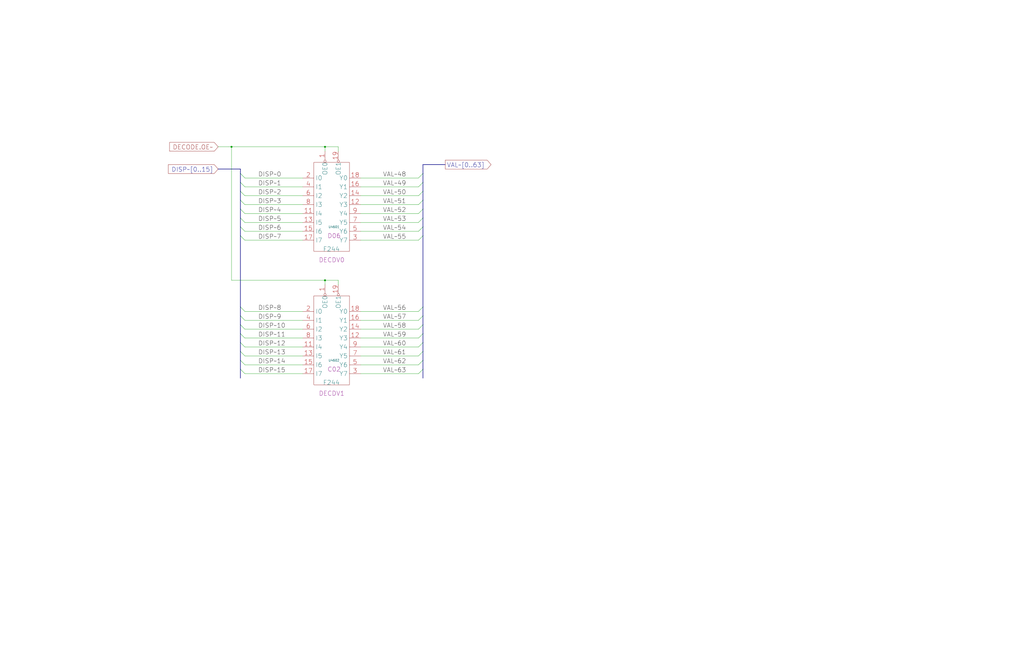
<source format=kicad_sch>
(kicad_sch (version 20230121) (generator eeschema)
  (paper "User" 584.2 378.46)
  (title_block (title "DECODING INSTRUCTION DRIVER") (date "22-MAY-90") (rev "1.0") (comment 1 "SEQUENCER") (comment 2 "232-003064") (comment 3 "S400") (comment 4 "RELEASED"))
  (lib_symbols
    (symbol "r1000:F244" (pin_names (offset 1.016))
      (property "Reference" "U" (at 2.54 5.08 0))
      (property "Value" "F244" (at -3.81 -7.62 0))
      (property "Location" "___" (at -1.27 0 0))
      (property "Name" "______" (at 1.27 -15.24 0))
      (symbol "F244_1_1"
        (rectangle (start -8.89 41.91) (end 11.43 -8.89))
        (circle (center -2.54 42.545) (radius 0.635))
        (circle (center 5.08 42.545) (radius 0.635))
        (pin input line (at -2.54 48.26 270) (length 5.08) (name "OE0") (number "1"))
        (pin input line (at -15.24 12.7 0) (length 6.35) (name "I4") (number "11"))
        (pin tri_state line (at 17.78 17.78 180) (length 6.35) (name "Y3") (number "12"))
        (pin input line (at -15.24 7.62 0) (length 6.35) (name "I5") (number "13"))
        (pin tri_state line (at 17.78 22.86 180) (length 6.35) (name "Y2") (number "14"))
        (pin input line (at -15.24 2.54 0) (length 6.35) (name "I6") (number "15"))
        (pin tri_state line (at 17.78 27.94 180) (length 6.35) (name "Y1") (number "16"))
        (pin input line (at -15.24 -2.54 0) (length 6.35) (name "I7") (number "17"))
        (pin tri_state line (at 17.78 33.02 180) (length 6.35) (name "Y0") (number "18"))
        (pin input line (at 5.08 48.26 270) (length 5.08) (name "OE1") (number "19"))
        (pin input line (at -15.24 33.02 0) (length 6.35) (name "I0") (number "2"))
        (pin tri_state line (at 17.78 -2.54 180) (length 6.35) (name "Y7") (number "3"))
        (pin input line (at -15.24 27.94 0) (length 6.35) (name "I1") (number "4"))
        (pin tri_state line (at 17.78 2.54 180) (length 6.35) (name "Y6") (number "5"))
        (pin input line (at -15.24 22.86 0) (length 6.35) (name "I2") (number "6"))
        (pin tri_state line (at 17.78 7.62 180) (length 6.35) (name "Y5") (number "7"))
        (pin input line (at -15.24 17.78 0) (length 6.35) (name "I3") (number "8"))
        (pin tri_state line (at 17.78 12.7 180) (length 6.35) (name "Y4") (number "9"))
      )
    )
  )
  (junction (at 132.08 83.82))
  (junction (at 185.42 83.82))
  (junction (at 185.42 160.02))
  (bus_entry (at 241.3 185.42) (size -2.54 2.54))
  (bus_entry (at 241.3 109.22) (size -2.54 2.54))
  (bus_entry (at 137.16 190.5) (size 2.54 2.54))
  (bus_entry (at 241.3 119.38) (size -2.54 2.54))
  (bus_entry (at 241.3 124.46) (size -2.54 2.54))
  (bus_entry (at 241.3 190.5) (size -2.54 2.54))
  (bus_entry (at 241.3 114.3) (size -2.54 2.54))
  (bus_entry (at 137.16 195.58) (size 2.54 2.54))
  (bus_entry (at 137.16 205.74) (size 2.54 2.54))
  (bus_entry (at 241.3 175.26) (size -2.54 2.54))
  (bus_entry (at 241.3 104.14) (size -2.54 2.54))
  (bus_entry (at 137.16 200.66) (size 2.54 2.54))
  (bus_entry (at 137.16 175.26) (size 2.54 2.54))
  (bus_entry (at 137.16 129.54) (size 2.54 2.54))
  (bus_entry (at 137.16 104.14) (size 2.54 2.54))
  (bus_entry (at 137.16 124.46) (size 2.54 2.54))
  (bus_entry (at 137.16 180.34) (size 2.54 2.54))
  (bus_entry (at 241.3 129.54) (size -2.54 2.54))
  (bus_entry (at 137.16 134.62) (size 2.54 2.54))
  (bus_entry (at 137.16 109.22) (size 2.54 2.54))
  (bus_entry (at 241.3 180.34) (size -2.54 2.54))
  (bus_entry (at 137.16 210.82) (size 2.54 2.54))
  (bus_entry (at 241.3 210.82) (size -2.54 2.54))
  (bus_entry (at 137.16 185.42) (size 2.54 2.54))
  (bus_entry (at 137.16 119.38) (size 2.54 2.54))
  (bus_entry (at 241.3 205.74) (size -2.54 2.54))
  (bus_entry (at 241.3 134.62) (size -2.54 2.54))
  (bus_entry (at 137.16 99.06) (size 2.54 2.54))
  (bus_entry (at 241.3 195.58) (size -2.54 2.54))
  (bus_entry (at 241.3 200.66) (size -2.54 2.54))
  (bus_entry (at 241.3 99.06) (size -2.54 2.54))
  (bus_entry (at 137.16 114.3) (size 2.54 2.54))
  (bus (pts (xy 137.16 129.54) (xy 137.16 134.62)))
  (wire (pts (xy 185.42 83.82) (xy 185.42 86.36)))
  (wire (pts (xy 139.7 137.16) (xy 172.72 137.16)))
  (bus (pts (xy 137.16 96.52) (xy 137.16 99.06)))
  (wire (pts (xy 205.74 106.68) (xy 238.76 106.68)))
  (wire (pts (xy 205.74 132.08) (xy 238.76 132.08)))
  (bus (pts (xy 241.3 210.82) (xy 241.3 215.9)))
  (bus (pts (xy 124.46 96.52) (xy 137.16 96.52)))
  (bus (pts (xy 137.16 200.66) (xy 137.16 205.74)))
  (wire (pts (xy 132.08 83.82) (xy 185.42 83.82)))
  (bus (pts (xy 241.3 93.98) (xy 241.3 99.06)))
  (bus (pts (xy 241.3 190.5) (xy 241.3 195.58)))
  (wire (pts (xy 205.74 213.36) (xy 238.76 213.36)))
  (wire (pts (xy 139.7 132.08) (xy 172.72 132.08)))
  (wire (pts (xy 139.7 193.04) (xy 172.72 193.04)))
  (bus (pts (xy 241.3 119.38) (xy 241.3 124.46)))
  (bus (pts (xy 241.3 104.14) (xy 241.3 109.22)))
  (bus (pts (xy 137.16 119.38) (xy 137.16 124.46)))
  (wire (pts (xy 205.74 182.88) (xy 238.76 182.88)))
  (bus (pts (xy 137.16 190.5) (xy 137.16 195.58)))
  (wire (pts (xy 132.08 160.02) (xy 132.08 83.82)))
  (wire (pts (xy 139.7 111.76) (xy 172.72 111.76)))
  (wire (pts (xy 139.7 177.8) (xy 172.72 177.8)))
  (bus (pts (xy 137.16 114.3) (xy 137.16 119.38)))
  (wire (pts (xy 193.04 83.82) (xy 193.04 86.36)))
  (wire (pts (xy 185.42 160.02) (xy 185.42 162.56)))
  (bus (pts (xy 137.16 180.34) (xy 137.16 185.42)))
  (bus (pts (xy 241.3 129.54) (xy 241.3 134.62)))
  (wire (pts (xy 185.42 83.82) (xy 193.04 83.82)))
  (wire (pts (xy 139.7 203.2) (xy 172.72 203.2)))
  (wire (pts (xy 205.74 177.8) (xy 238.76 177.8)))
  (wire (pts (xy 139.7 121.92) (xy 172.72 121.92)))
  (wire (pts (xy 139.7 116.84) (xy 172.72 116.84)))
  (bus (pts (xy 241.3 205.74) (xy 241.3 210.82)))
  (wire (pts (xy 205.74 127) (xy 238.76 127)))
  (bus (pts (xy 241.3 99.06) (xy 241.3 104.14)))
  (bus (pts (xy 241.3 185.42) (xy 241.3 190.5)))
  (bus (pts (xy 241.3 109.22) (xy 241.3 114.3)))
  (wire (pts (xy 205.74 198.12) (xy 238.76 198.12)))
  (bus (pts (xy 137.16 210.82) (xy 137.16 215.9)))
  (wire (pts (xy 139.7 208.28) (xy 172.72 208.28)))
  (bus (pts (xy 137.16 104.14) (xy 137.16 109.22)))
  (wire (pts (xy 139.7 182.88) (xy 172.72 182.88)))
  (wire (pts (xy 139.7 198.12) (xy 172.72 198.12)))
  (bus (pts (xy 137.16 124.46) (xy 137.16 129.54)))
  (bus (pts (xy 137.16 205.74) (xy 137.16 210.82)))
  (bus (pts (xy 137.16 134.62) (xy 137.16 175.26)))
  (wire (pts (xy 124.46 83.82) (xy 132.08 83.82)))
  (wire (pts (xy 139.7 101.6) (xy 172.72 101.6)))
  (wire (pts (xy 205.74 137.16) (xy 238.76 137.16)))
  (wire (pts (xy 139.7 187.96) (xy 172.72 187.96)))
  (bus (pts (xy 137.16 109.22) (xy 137.16 114.3)))
  (bus (pts (xy 241.3 195.58) (xy 241.3 200.66)))
  (wire (pts (xy 205.74 101.6) (xy 238.76 101.6)))
  (bus (pts (xy 241.3 114.3) (xy 241.3 119.38)))
  (wire (pts (xy 139.7 127) (xy 172.72 127)))
  (wire (pts (xy 205.74 116.84) (xy 238.76 116.84)))
  (wire (pts (xy 205.74 208.28) (xy 238.76 208.28)))
  (wire (pts (xy 205.74 193.04) (xy 238.76 193.04)))
  (wire (pts (xy 139.7 106.68) (xy 172.72 106.68)))
  (bus (pts (xy 241.3 200.66) (xy 241.3 205.74)))
  (bus (pts (xy 241.3 180.34) (xy 241.3 185.42)))
  (wire (pts (xy 205.74 121.92) (xy 238.76 121.92)))
  (wire (pts (xy 193.04 160.02) (xy 185.42 160.02)))
  (bus (pts (xy 137.16 185.42) (xy 137.16 190.5)))
  (wire (pts (xy 205.74 203.2) (xy 238.76 203.2)))
  (wire (pts (xy 139.7 213.36) (xy 172.72 213.36)))
  (bus (pts (xy 241.3 175.26) (xy 241.3 180.34)))
  (bus (pts (xy 241.3 134.62) (xy 241.3 175.26)))
  (bus (pts (xy 137.16 99.06) (xy 137.16 104.14)))
  (wire (pts (xy 185.42 160.02) (xy 132.08 160.02)))
  (wire (pts (xy 205.74 187.96) (xy 238.76 187.96)))
  (bus (pts (xy 137.16 195.58) (xy 137.16 200.66)))
  (bus (pts (xy 137.16 175.26) (xy 137.16 180.34)))
  (wire (pts (xy 205.74 111.76) (xy 238.76 111.76)))
  (bus (pts (xy 241.3 124.46) (xy 241.3 129.54)))
  (bus (pts (xy 254 93.98) (xy 241.3 93.98)))
  (wire (pts (xy 193.04 162.56) (xy 193.04 160.02)))
  (label "DISP~12" (at 147.32 198.12 0) (effects (font (size 2.54 2.54))))
  (label "DISP~3" (at 147.32 116.84 0) (effects (font (size 2.54 2.54))))
  (label "DISP~8" (at 147.32 177.8 0) (effects (font (size 2.54 2.54))))
  (label "DISP~7" (at 147.32 137.16 0) (effects (font (size 2.54 2.54))))
  (label "DISP~14" (at 147.32 208.28 0) (effects (font (size 2.54 2.54))))
  (label "DISP~13" (at 147.32 203.2 0) (effects (font (size 2.54 2.54))))
  (label "DISP~10" (at 147.32 187.96 0) (effects (font (size 2.54 2.54))))
  (label "VAL~49" (at 218.44 106.68 0) (effects (font (size 2.54 2.54))))
  (label "DISP~2" (at 147.32 111.76 0) (effects (font (size 2.54 2.54))))
  (label "DISP~1" (at 147.32 106.68 0) (effects (font (size 2.54 2.54))))
  (label "VAL~52" (at 218.44 121.92 0) (effects (font (size 2.54 2.54))))
  (label "DISP~6" (at 147.32 132.08 0) (effects (font (size 2.54 2.54))))
  (label "VAL~61" (at 218.44 203.2 0) (effects (font (size 2.54 2.54))))
  (label "DISP~0" (at 147.32 101.6 0) (effects (font (size 2.54 2.54))))
  (label "VAL~59" (at 218.44 193.04 0) (effects (font (size 2.54 2.54))))
  (label "DISP~5" (at 147.32 127 0) (effects (font (size 2.54 2.54))))
  (label "VAL~56" (at 218.44 177.8 0) (effects (font (size 2.54 2.54))))
  (label "VAL~54" (at 218.44 132.08 0) (effects (font (size 2.54 2.54))))
  (label "VAL~62" (at 218.44 208.28 0) (effects (font (size 2.54 2.54))))
  (label "DISP~11" (at 147.32 193.04 0) (effects (font (size 2.54 2.54))))
  (label "VAL~53" (at 218.44 127 0) (effects (font (size 2.54 2.54))))
  (label "DISP~15" (at 147.32 213.36 0) (effects (font (size 2.54 2.54))))
  (label "DISP~9" (at 147.32 182.88 0) (effects (font (size 2.54 2.54))))
  (label "VAL~60" (at 218.44 198.12 0) (effects (font (size 2.54 2.54))))
  (label "VAL~55" (at 218.44 137.16 0) (effects (font (size 2.54 2.54))))
  (label "DISP~4" (at 147.32 121.92 0) (effects (font (size 2.54 2.54))))
  (label "VAL~48" (at 218.44 101.6 0) (effects (font (size 2.54 2.54))))
  (label "VAL~51" (at 218.44 116.84 0) (effects (font (size 2.54 2.54))))
  (label "VAL~58" (at 218.44 187.96 0) (effects (font (size 2.54 2.54))))
  (label "VAL~57" (at 218.44 182.88 0) (effects (font (size 2.54 2.54))))
  (label "VAL~50" (at 218.44 111.76 0) (effects (font (size 2.54 2.54))))
  (label "VAL~63" (at 218.44 213.36 0) (effects (font (size 2.54 2.54))))
  (global_label "DECODE.OE~" (shape input) (at 124.46 83.82 180) (effects (font (size 2.54 2.54))) (property "Intersheetrefs" "${INTERSHEET_REFS}" (at 96.774 83.6613 0) (effects (font (size 1.905 1.905)) (justify right))))
  (global_label "DISP~[0..15]" (shape input) (at 124.46 96.52 180) (effects (font (size 2.54 2.54))) (property "Intersheetrefs" "${INTERSHEET_REFS}" (at 96.0483 96.3613 0) (effects (font (size 1.905 1.905)) (justify right))))
  (global_label "VAL~[0..63]" (shape output) (at 254 93.98 0) (effects (font (size 2.54 2.54))) (property "Intersheetrefs" "${INTERSHEET_REFS}" (at 280.4946 93.8213 0) (effects (font (size 1.905 1.905)) (justify left))))
  (symbol (lib_id "r1000:F244") (at 187.96 134.62 0) (unit 1)
    (property "Reference" "U4601" (at 190.5 129.54 0))
    (property "Value" "F244" (at 184.15 142.24 0) (effects (font (size 2.54 2.54)) (justify left)))
    (property "Location" "D06" (at 186.69 134.62 0) (effects (font (size 2.54 2.54)) (justify left)))
    (property "Name" "DECDV0" (at 189.23 149.86 0) (effects (font (size 2.54 2.54)) (justify bottom)))
  )
  (symbol (lib_id "r1000:F244") (at 187.96 210.82 0) (unit 1)
    (property "Reference" "U4602" (at 190.5 205.74 0))
    (property "Value" "F244" (at 184.15 218.44 0) (effects (font (size 2.54 2.54)) (justify left)))
    (property "Location" "C02" (at 186.69 210.82 0) (effects (font (size 2.54 2.54)) (justify left)))
    (property "Name" "DECDV1" (at 189.23 226.06 0) (effects (font (size 2.54 2.54)) (justify bottom)))
  )
)
</source>
